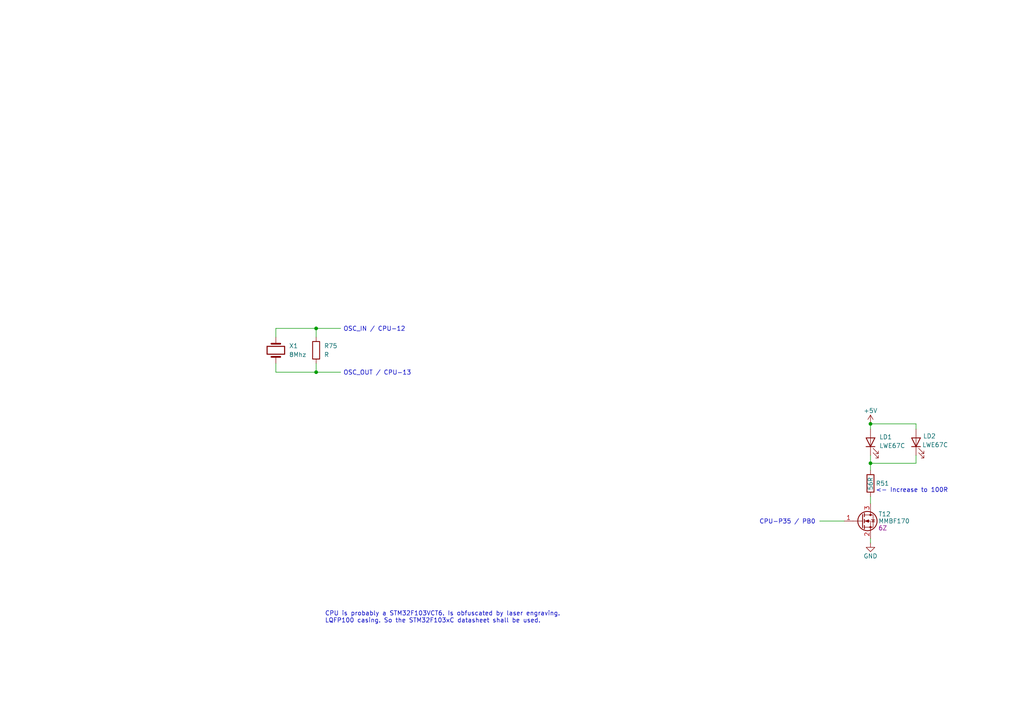
<source format=kicad_sch>
(kicad_sch (version 20211123) (generator eeschema)

  (uuid 92fdbc10-7183-4eb6-8ec3-ee0732cc4b11)

  (paper "A4")

  (title_block
    (title "ODP2 CONTROL")
    (date "2024-12-09")
    (rev "ISSUE 9")
    (company "Reverse engineered, design copyright Invertek Drives.com")
    (comment 1 "CPU and misc. pins.")
  )

  (lib_symbols
    (symbol "Device:Crystal" (pin_numbers hide) (pin_names (offset 1.016) hide) (in_bom yes) (on_board yes)
      (property "Reference" "Y" (id 0) (at 0 3.81 0)
        (effects (font (size 1.27 1.27)))
      )
      (property "Value" "Crystal" (id 1) (at 0 -3.81 0)
        (effects (font (size 1.27 1.27)))
      )
      (property "Footprint" "" (id 2) (at 0 0 0)
        (effects (font (size 1.27 1.27)) hide)
      )
      (property "Datasheet" "~" (id 3) (at 0 0 0)
        (effects (font (size 1.27 1.27)) hide)
      )
      (property "ki_keywords" "quartz ceramic resonator oscillator" (id 4) (at 0 0 0)
        (effects (font (size 1.27 1.27)) hide)
      )
      (property "ki_description" "Two pin crystal" (id 5) (at 0 0 0)
        (effects (font (size 1.27 1.27)) hide)
      )
      (property "ki_fp_filters" "Crystal*" (id 6) (at 0 0 0)
        (effects (font (size 1.27 1.27)) hide)
      )
      (symbol "Crystal_0_1"
        (rectangle (start -1.143 2.54) (end 1.143 -2.54)
          (stroke (width 0.3048) (type default) (color 0 0 0 0))
          (fill (type none))
        )
        (polyline
          (pts
            (xy -2.54 0)
            (xy -1.905 0)
          )
          (stroke (width 0) (type default) (color 0 0 0 0))
          (fill (type none))
        )
        (polyline
          (pts
            (xy -1.905 -1.27)
            (xy -1.905 1.27)
          )
          (stroke (width 0.508) (type default) (color 0 0 0 0))
          (fill (type none))
        )
        (polyline
          (pts
            (xy 1.905 -1.27)
            (xy 1.905 1.27)
          )
          (stroke (width 0.508) (type default) (color 0 0 0 0))
          (fill (type none))
        )
        (polyline
          (pts
            (xy 2.54 0)
            (xy 1.905 0)
          )
          (stroke (width 0) (type default) (color 0 0 0 0))
          (fill (type none))
        )
      )
      (symbol "Crystal_1_1"
        (pin passive line (at -3.81 0 0) (length 1.27)
          (name "1" (effects (font (size 1.27 1.27))))
          (number "1" (effects (font (size 1.27 1.27))))
        )
        (pin passive line (at 3.81 0 180) (length 1.27)
          (name "2" (effects (font (size 1.27 1.27))))
          (number "2" (effects (font (size 1.27 1.27))))
        )
      )
    )
    (symbol "Device:LED" (pin_numbers hide) (pin_names (offset 1.016) hide) (in_bom yes) (on_board yes)
      (property "Reference" "D" (id 0) (at 0 2.54 0)
        (effects (font (size 1.27 1.27)))
      )
      (property "Value" "LED" (id 1) (at 0 -2.54 0)
        (effects (font (size 1.27 1.27)))
      )
      (property "Footprint" "" (id 2) (at 0 0 0)
        (effects (font (size 1.27 1.27)) hide)
      )
      (property "Datasheet" "~" (id 3) (at 0 0 0)
        (effects (font (size 1.27 1.27)) hide)
      )
      (property "ki_keywords" "LED diode" (id 4) (at 0 0 0)
        (effects (font (size 1.27 1.27)) hide)
      )
      (property "ki_description" "Light emitting diode" (id 5) (at 0 0 0)
        (effects (font (size 1.27 1.27)) hide)
      )
      (property "ki_fp_filters" "LED* LED_SMD:* LED_THT:*" (id 6) (at 0 0 0)
        (effects (font (size 1.27 1.27)) hide)
      )
      (symbol "LED_0_1"
        (polyline
          (pts
            (xy -1.27 -1.27)
            (xy -1.27 1.27)
          )
          (stroke (width 0.254) (type default) (color 0 0 0 0))
          (fill (type none))
        )
        (polyline
          (pts
            (xy -1.27 0)
            (xy 1.27 0)
          )
          (stroke (width 0) (type default) (color 0 0 0 0))
          (fill (type none))
        )
        (polyline
          (pts
            (xy 1.27 -1.27)
            (xy 1.27 1.27)
            (xy -1.27 0)
            (xy 1.27 -1.27)
          )
          (stroke (width 0.254) (type default) (color 0 0 0 0))
          (fill (type none))
        )
        (polyline
          (pts
            (xy -3.048 -0.762)
            (xy -4.572 -2.286)
            (xy -3.81 -2.286)
            (xy -4.572 -2.286)
            (xy -4.572 -1.524)
          )
          (stroke (width 0) (type default) (color 0 0 0 0))
          (fill (type none))
        )
        (polyline
          (pts
            (xy -1.778 -0.762)
            (xy -3.302 -2.286)
            (xy -2.54 -2.286)
            (xy -3.302 -2.286)
            (xy -3.302 -1.524)
          )
          (stroke (width 0) (type default) (color 0 0 0 0))
          (fill (type none))
        )
      )
      (symbol "LED_1_1"
        (pin passive line (at -3.81 0 0) (length 2.54)
          (name "K" (effects (font (size 1.27 1.27))))
          (number "1" (effects (font (size 1.27 1.27))))
        )
        (pin passive line (at 3.81 0 180) (length 2.54)
          (name "A" (effects (font (size 1.27 1.27))))
          (number "2" (effects (font (size 1.27 1.27))))
        )
      )
    )
    (symbol "Device:R" (pin_numbers hide) (pin_names (offset 0)) (in_bom yes) (on_board yes)
      (property "Reference" "R" (id 0) (at 2.032 0 90)
        (effects (font (size 1.27 1.27)))
      )
      (property "Value" "R" (id 1) (at 0 0 90)
        (effects (font (size 1.27 1.27)))
      )
      (property "Footprint" "" (id 2) (at -1.778 0 90)
        (effects (font (size 1.27 1.27)) hide)
      )
      (property "Datasheet" "~" (id 3) (at 0 0 0)
        (effects (font (size 1.27 1.27)) hide)
      )
      (property "ki_keywords" "R res resistor" (id 4) (at 0 0 0)
        (effects (font (size 1.27 1.27)) hide)
      )
      (property "ki_description" "Resistor" (id 5) (at 0 0 0)
        (effects (font (size 1.27 1.27)) hide)
      )
      (property "ki_fp_filters" "R_*" (id 6) (at 0 0 0)
        (effects (font (size 1.27 1.27)) hide)
      )
      (symbol "R_0_1"
        (rectangle (start -1.016 -2.54) (end 1.016 2.54)
          (stroke (width 0.254) (type default) (color 0 0 0 0))
          (fill (type none))
        )
      )
      (symbol "R_1_1"
        (pin passive line (at 0 3.81 270) (length 1.27)
          (name "~" (effects (font (size 1.27 1.27))))
          (number "1" (effects (font (size 1.27 1.27))))
        )
        (pin passive line (at 0 -3.81 90) (length 1.27)
          (name "~" (effects (font (size 1.27 1.27))))
          (number "2" (effects (font (size 1.27 1.27))))
        )
      )
    )
    (symbol "GND_1" (power) (pin_names (offset 0)) (in_bom yes) (on_board yes)
      (property "Reference" "#PWR" (id 0) (at 0 -6.35 0)
        (effects (font (size 1.27 1.27)) hide)
      )
      (property "Value" "GND_1" (id 1) (at 0 -3.81 0)
        (effects (font (size 1.27 1.27)))
      )
      (property "Footprint" "" (id 2) (at 0 0 0)
        (effects (font (size 1.27 1.27)) hide)
      )
      (property "Datasheet" "" (id 3) (at 0 0 0)
        (effects (font (size 1.27 1.27)) hide)
      )
      (property "ki_keywords" "global power" (id 4) (at 0 0 0)
        (effects (font (size 1.27 1.27)) hide)
      )
      (property "ki_description" "Power symbol creates a global label with name \"GND\" , ground" (id 5) (at 0 0 0)
        (effects (font (size 1.27 1.27)) hide)
      )
      (symbol "GND_1_0_1"
        (polyline
          (pts
            (xy 0 0)
            (xy 0 -1.27)
            (xy 1.27 -1.27)
            (xy 0 -2.54)
            (xy -1.27 -1.27)
            (xy 0 -1.27)
          )
          (stroke (width 0) (type default) (color 0 0 0 0))
          (fill (type none))
        )
      )
      (symbol "GND_1_1_1"
        (pin power_in line (at 0 0 270) (length 0) hide
          (name "GND" (effects (font (size 1.27 1.27))))
          (number "1" (effects (font (size 1.27 1.27))))
        )
      )
    )
    (symbol "Transistor_FET:MMBF170" (pin_names hide) (in_bom yes) (on_board yes)
      (property "Reference" "Q" (id 0) (at 5.08 1.905 0)
        (effects (font (size 1.27 1.27)) (justify left))
      )
      (property "Value" "MMBF170" (id 1) (at 5.08 0 0)
        (effects (font (size 1.27 1.27)) (justify left))
      )
      (property "Footprint" "Package_TO_SOT_SMD:SOT-23" (id 2) (at 5.08 -1.905 0)
        (effects (font (size 1.27 1.27) italic) (justify left) hide)
      )
      (property "Datasheet" "https://www.diodes.com/assets/Datasheets/ds30104.pdf" (id 3) (at 0 0 0)
        (effects (font (size 1.27 1.27)) (justify left) hide)
      )
      (property "ki_keywords" "N-Channel MOSFET" (id 4) (at 0 0 0)
        (effects (font (size 1.27 1.27)) hide)
      )
      (property "ki_description" "0.5A Id, 60V Vds, N-Channel MOSFET, SOT-23" (id 5) (at 0 0 0)
        (effects (font (size 1.27 1.27)) hide)
      )
      (property "ki_fp_filters" "SOT?23*" (id 6) (at 0 0 0)
        (effects (font (size 1.27 1.27)) hide)
      )
      (symbol "MMBF170_0_1"
        (polyline
          (pts
            (xy 0.254 0)
            (xy -2.54 0)
          )
          (stroke (width 0) (type default) (color 0 0 0 0))
          (fill (type none))
        )
        (polyline
          (pts
            (xy 0.254 1.905)
            (xy 0.254 -1.905)
          )
          (stroke (width 0.254) (type default) (color 0 0 0 0))
          (fill (type none))
        )
        (polyline
          (pts
            (xy 0.762 -1.27)
            (xy 0.762 -2.286)
          )
          (stroke (width 0.254) (type default) (color 0 0 0 0))
          (fill (type none))
        )
        (polyline
          (pts
            (xy 0.762 0.508)
            (xy 0.762 -0.508)
          )
          (stroke (width 0.254) (type default) (color 0 0 0 0))
          (fill (type none))
        )
        (polyline
          (pts
            (xy 0.762 2.286)
            (xy 0.762 1.27)
          )
          (stroke (width 0.254) (type default) (color 0 0 0 0))
          (fill (type none))
        )
        (polyline
          (pts
            (xy 2.54 2.54)
            (xy 2.54 1.778)
          )
          (stroke (width 0) (type default) (color 0 0 0 0))
          (fill (type none))
        )
        (polyline
          (pts
            (xy 2.54 -2.54)
            (xy 2.54 0)
            (xy 0.762 0)
          )
          (stroke (width 0) (type default) (color 0 0 0 0))
          (fill (type none))
        )
        (polyline
          (pts
            (xy 0.762 -1.778)
            (xy 3.302 -1.778)
            (xy 3.302 1.778)
            (xy 0.762 1.778)
          )
          (stroke (width 0) (type default) (color 0 0 0 0))
          (fill (type none))
        )
        (polyline
          (pts
            (xy 1.016 0)
            (xy 2.032 0.381)
            (xy 2.032 -0.381)
            (xy 1.016 0)
          )
          (stroke (width 0) (type default) (color 0 0 0 0))
          (fill (type outline))
        )
        (polyline
          (pts
            (xy 2.794 0.508)
            (xy 2.921 0.381)
            (xy 3.683 0.381)
            (xy 3.81 0.254)
          )
          (stroke (width 0) (type default) (color 0 0 0 0))
          (fill (type none))
        )
        (polyline
          (pts
            (xy 3.302 0.381)
            (xy 2.921 -0.254)
            (xy 3.683 -0.254)
            (xy 3.302 0.381)
          )
          (stroke (width 0) (type default) (color 0 0 0 0))
          (fill (type none))
        )
        (circle (center 1.651 0) (radius 2.794)
          (stroke (width 0.254) (type default) (color 0 0 0 0))
          (fill (type none))
        )
        (circle (center 2.54 -1.778) (radius 0.254)
          (stroke (width 0) (type default) (color 0 0 0 0))
          (fill (type outline))
        )
        (circle (center 2.54 1.778) (radius 0.254)
          (stroke (width 0) (type default) (color 0 0 0 0))
          (fill (type outline))
        )
      )
      (symbol "MMBF170_1_1"
        (pin input line (at -5.08 0 0) (length 2.54)
          (name "G" (effects (font (size 1.27 1.27))))
          (number "1" (effects (font (size 1.27 1.27))))
        )
        (pin passive line (at 2.54 -5.08 90) (length 2.54)
          (name "S" (effects (font (size 1.27 1.27))))
          (number "2" (effects (font (size 1.27 1.27))))
        )
        (pin passive line (at 2.54 5.08 270) (length 2.54)
          (name "D" (effects (font (size 1.27 1.27))))
          (number "3" (effects (font (size 1.27 1.27))))
        )
      )
    )
    (symbol "power:+5V" (power) (pin_names (offset 0)) (in_bom yes) (on_board yes)
      (property "Reference" "#PWR" (id 0) (at 0 -3.81 0)
        (effects (font (size 1.27 1.27)) hide)
      )
      (property "Value" "+5V" (id 1) (at 0 3.556 0)
        (effects (font (size 1.27 1.27)))
      )
      (property "Footprint" "" (id 2) (at 0 0 0)
        (effects (font (size 1.27 1.27)) hide)
      )
      (property "Datasheet" "" (id 3) (at 0 0 0)
        (effects (font (size 1.27 1.27)) hide)
      )
      (property "ki_keywords" "global power" (id 4) (at 0 0 0)
        (effects (font (size 1.27 1.27)) hide)
      )
      (property "ki_description" "Power symbol creates a global label with name \"+5V\"" (id 5) (at 0 0 0)
        (effects (font (size 1.27 1.27)) hide)
      )
      (symbol "+5V_0_1"
        (polyline
          (pts
            (xy -0.762 1.27)
            (xy 0 2.54)
          )
          (stroke (width 0) (type default) (color 0 0 0 0))
          (fill (type none))
        )
        (polyline
          (pts
            (xy 0 0)
            (xy 0 2.54)
          )
          (stroke (width 0) (type default) (color 0 0 0 0))
          (fill (type none))
        )
        (polyline
          (pts
            (xy 0 2.54)
            (xy 0.762 1.27)
          )
          (stroke (width 0) (type default) (color 0 0 0 0))
          (fill (type none))
        )
      )
      (symbol "+5V_1_1"
        (pin power_in line (at 0 0 90) (length 0) hide
          (name "+5V" (effects (font (size 1.27 1.27))))
          (number "1" (effects (font (size 1.27 1.27))))
        )
      )
    )
  )

  (junction (at 252.476 122.936) (diameter 0) (color 0 0 0 0)
    (uuid 0cd02e97-b9a6-4f7f-9db1-3a5a67e6a12e)
  )
  (junction (at 252.476 134.366) (diameter 0) (color 0 0 0 0)
    (uuid 6fa6f127-1100-4a7f-8eb0-9d42d71d3c23)
  )
  (junction (at 91.694 95.25) (diameter 0) (color 0 0 0 0)
    (uuid 85438424-ae72-4730-bbd1-a00ad48058c3)
  )
  (junction (at 91.694 107.95) (diameter 0) (color 0 0 0 0)
    (uuid f5776073-294d-453a-b25c-074033350e37)
  )

  (wire (pts (xy 80.01 95.25) (xy 91.694 95.25))
    (stroke (width 0) (type default) (color 0 0 0 0))
    (uuid 183f736e-6301-449d-a841-88b578d4f3d8)
  )
  (wire (pts (xy 80.01 107.95) (xy 91.694 107.95))
    (stroke (width 0) (type default) (color 0 0 0 0))
    (uuid 44f9739f-2002-4f73-9651-4fe3ff5e79b0)
  )
  (wire (pts (xy 80.01 97.79) (xy 80.01 95.25))
    (stroke (width 0) (type default) (color 0 0 0 0))
    (uuid 4d1b1b70-87ab-455d-9082-87bebdf0d034)
  )
  (wire (pts (xy 252.476 132.08) (xy 252.476 134.366))
    (stroke (width 0) (type default) (color 0 0 0 0))
    (uuid 6536728f-cfeb-4882-b329-1f6f00b8d119)
  )
  (wire (pts (xy 252.476 134.366) (xy 252.476 136.398))
    (stroke (width 0) (type default) (color 0 0 0 0))
    (uuid 758cc583-35d7-4dcc-aac1-7167a8cc4ea3)
  )
  (wire (pts (xy 265.684 132.08) (xy 265.684 134.366))
    (stroke (width 0) (type default) (color 0 0 0 0))
    (uuid 777c52da-c6ad-427c-93d1-9e209d852067)
  )
  (wire (pts (xy 252.476 122.936) (xy 252.476 124.46))
    (stroke (width 0) (type default) (color 0 0 0 0))
    (uuid 7df8b201-a1ae-4a09-a06b-34355f0e1828)
  )
  (wire (pts (xy 265.684 124.46) (xy 265.684 122.936))
    (stroke (width 0) (type default) (color 0 0 0 0))
    (uuid 89141a2f-45bc-4041-81a3-6c9212a5b7ed)
  )
  (wire (pts (xy 91.694 107.95) (xy 98.806 107.95))
    (stroke (width 0) (type default) (color 0 0 0 0))
    (uuid 8e0ed47f-f014-4f05-a657-c3ed95c92937)
  )
  (wire (pts (xy 252.476 144.018) (xy 252.476 146.05))
    (stroke (width 0) (type default) (color 0 0 0 0))
    (uuid 9940be23-6bbc-4de8-aa68-3d48010b3b8d)
  )
  (wire (pts (xy 252.476 156.21) (xy 252.476 157.48))
    (stroke (width 0) (type default) (color 0 0 0 0))
    (uuid b3fb2eec-eabf-4555-8ca6-6cc91b28738b)
  )
  (wire (pts (xy 237.744 151.13) (xy 244.856 151.13))
    (stroke (width 0) (type default) (color 0 0 0 0))
    (uuid b4925571-72e8-4eb6-931e-063f850fd243)
  )
  (wire (pts (xy 91.694 95.25) (xy 91.694 97.79))
    (stroke (width 0) (type default) (color 0 0 0 0))
    (uuid c214597d-a64a-4035-b16c-149500554750)
  )
  (wire (pts (xy 80.01 107.95) (xy 80.01 105.41))
    (stroke (width 0) (type default) (color 0 0 0 0))
    (uuid c7edba5a-c7c9-4854-ae94-b44905325917)
  )
  (wire (pts (xy 252.476 134.366) (xy 265.684 134.366))
    (stroke (width 0) (type default) (color 0 0 0 0))
    (uuid d13f19b8-633c-4d1c-9405-a60feab23b91)
  )
  (wire (pts (xy 91.694 105.41) (xy 91.694 107.95))
    (stroke (width 0) (type default) (color 0 0 0 0))
    (uuid d451e2ee-6ad7-4ef7-a689-d3f9e04a62d1)
  )
  (wire (pts (xy 265.684 122.936) (xy 252.476 122.936))
    (stroke (width 0) (type default) (color 0 0 0 0))
    (uuid e637ef90-157d-4161-96ec-2a00dc776688)
  )
  (wire (pts (xy 91.694 95.25) (xy 98.806 95.25))
    (stroke (width 0) (type default) (color 0 0 0 0))
    (uuid f31fd5cc-2113-42e4-a2d2-bad117c82fcf)
  )

  (text "OSC_OUT / CPU-13" (at 99.568 108.966 0)
    (effects (font (size 1.27 1.27)) (justify left bottom))
    (uuid 2bedb11d-4f63-4061-9191-26e5600bf41f)
  )
  (text "OSC_IN / CPU-12" (at 99.568 96.266 0)
    (effects (font (size 1.27 1.27)) (justify left bottom))
    (uuid 5fe0c43c-4d0e-44da-aec0-c3abe80b1294)
  )
  (text "CPU-P35 / PB0" (at 220.218 152.146 0)
    (effects (font (size 1.27 1.27)) (justify left bottom))
    (uuid 9d43a0b4-5aa2-4067-b5e7-c84718d1dc9c)
  )
  (text "CPU is probably a STM32F103VCT6. Is obfuscated by laser engraving.\nLQFP100 casing. So the STM32F103xC datasheet shall be used."
    (at 94.234 180.848 0)
    (effects (font (size 1.27 1.27)) (justify left bottom))
    (uuid d5f6cfd5-3296-4a72-961b-e27bf1082fc5)
  )
  (text "<- Increase to 100R" (at 254 143.002 0)
    (effects (font (size 1.27 1.27)) (justify left bottom))
    (uuid ea05d8c8-7d9a-4934-9c0a-6e50ab3db7da)
  )

  (symbol (lib_name "GND_1") (lib_id "power:GND") (at 252.476 157.48 0) (unit 1)
    (in_bom yes) (on_board yes)
    (uuid 376eb988-3d6a-4856-8674-bc541b1573a3)
    (property "Reference" "#PWR?" (id 0) (at 252.476 163.83 0)
      (effects (font (size 1.27 1.27)) hide)
    )
    (property "Value" "GND" (id 1) (at 252.476 161.29 0))
    (property "Footprint" "" (id 2) (at 252.476 157.48 0)
      (effects (font (size 1.27 1.27)) hide)
    )
    (property "Datasheet" "" (id 3) (at 252.476 157.48 0)
      (effects (font (size 1.27 1.27)) hide)
    )
    (pin "1" (uuid 848b28eb-11fd-432a-a63a-d54e19c70e86))
  )

  (symbol (lib_id "Device:LED") (at 252.476 128.27 90) (unit 1)
    (in_bom yes) (on_board yes)
    (uuid 74a3b45c-6eb9-4d90-a30c-4e428b673034)
    (property "Reference" "LD1" (id 0) (at 255.016 126.746 90)
      (effects (font (size 1.27 1.27)) (justify right))
    )
    (property "Value" "LWE67C" (id 1) (at 255.016 129.286 90)
      (effects (font (size 1.27 1.27)) (justify right))
    )
    (property "Footprint" "" (id 2) (at 252.476 128.27 0)
      (effects (font (size 1.27 1.27)) hide)
    )
    (property "Datasheet" "~" (id 3) (at 252.476 128.27 0)
      (effects (font (size 1.27 1.27)) hide)
    )
    (pin "1" (uuid 27fb20af-939f-419f-93d7-ad796a845701))
    (pin "2" (uuid 2ab63592-d86b-406e-b43a-4887f976eb6b))
  )

  (symbol (lib_id "power:+5V") (at 252.476 122.936 0) (unit 1)
    (in_bom yes) (on_board yes)
    (uuid 7c8e96dd-651d-474a-896b-048d99a60cf0)
    (property "Reference" "#PWR?" (id 0) (at 252.476 126.746 0)
      (effects (font (size 1.27 1.27)) hide)
    )
    (property "Value" "+5V" (id 1) (at 252.476 119.126 0))
    (property "Footprint" "" (id 2) (at 252.476 122.936 0)
      (effects (font (size 1.27 1.27)) hide)
    )
    (property "Datasheet" "" (id 3) (at 252.476 122.936 0)
      (effects (font (size 1.27 1.27)) hide)
    )
    (pin "1" (uuid 42dfcced-bf3a-413e-b523-f9399be4311f))
  )

  (symbol (lib_id "Transistor_FET:MMBF170") (at 249.936 151.13 0) (unit 1)
    (in_bom yes) (on_board yes)
    (uuid 8085c563-6ca9-44fa-9f7f-1c2ce2cc50b3)
    (property "Reference" "T12" (id 0) (at 254.762 149.098 0)
      (effects (font (size 1.27 1.27)) (justify left))
    )
    (property "Value" "MMBF170" (id 1) (at 254.762 151.13 0)
      (effects (font (size 1.27 1.27)) (justify left))
    )
    (property "Footprint" "Package_TO_SOT_SMD:SOT-23" (id 2) (at 255.016 153.035 0)
      (effects (font (size 1.27 1.27) italic) (justify left) hide)
    )
    (property "Datasheet" "https://www.diodes.com/assets/Datasheets/ds30104.pdf" (id 3) (at 249.936 151.13 0)
      (effects (font (size 1.27 1.27)) (justify left) hide)
    )
    (property "Marking" "6Z" (id 4) (at 256.032 153.162 0))
    (pin "1" (uuid a3d1b597-0a58-49f9-aa0b-04f966e28087))
    (pin "2" (uuid 1e8e3c40-3c0e-4be7-bf6a-12889415492d))
    (pin "3" (uuid f8f173b5-cfe5-446c-971d-abe2f1f90c74))
  )

  (symbol (lib_id "Device:R") (at 91.694 101.6 0) (unit 1)
    (in_bom yes) (on_board yes) (fields_autoplaced)
    (uuid 95be9000-b5a4-4503-a5ee-40a6d823721d)
    (property "Reference" "R75" (id 0) (at 93.98 100.3299 0)
      (effects (font (size 1.27 1.27)) (justify left))
    )
    (property "Value" "R" (id 1) (at 93.98 102.8699 0)
      (effects (font (size 1.27 1.27)) (justify left))
    )
    (property "Footprint" "" (id 2) (at 89.916 101.6 90)
      (effects (font (size 1.27 1.27)) hide)
    )
    (property "Datasheet" "~" (id 3) (at 91.694 101.6 0)
      (effects (font (size 1.27 1.27)) hide)
    )
    (pin "1" (uuid 3029ceca-77a5-4a92-b4ca-9ed0422ed6ee))
    (pin "2" (uuid 509971e3-ac88-43a1-a3e5-236cc7a437de))
  )

  (symbol (lib_id "Device:Crystal") (at 80.01 101.6 270) (mirror x) (unit 1)
    (in_bom yes) (on_board yes) (fields_autoplaced)
    (uuid 9e1bfa02-460c-4f3b-b0a3-a3891ec4e002)
    (property "Reference" "X1" (id 0) (at 83.82 100.3299 90)
      (effects (font (size 1.27 1.27)) (justify left))
    )
    (property "Value" "8Mhz" (id 1) (at 83.82 102.8699 90)
      (effects (font (size 1.27 1.27)) (justify left))
    )
    (property "Footprint" "" (id 2) (at 80.01 101.6 0)
      (effects (font (size 1.27 1.27)) hide)
    )
    (property "Datasheet" "~" (id 3) (at 80.01 101.6 0)
      (effects (font (size 1.27 1.27)) hide)
    )
    (pin "1" (uuid df3d6134-130c-44b0-950d-d785a5925551))
    (pin "2" (uuid cf539a30-52fd-4beb-829c-9d8c0809a509))
  )

  (symbol (lib_id "Device:LED") (at 265.684 128.27 90) (unit 1)
    (in_bom yes) (on_board yes)
    (uuid cbc13a52-852b-4ea4-a22b-3cb869b1092c)
    (property "Reference" "LD2" (id 0) (at 267.716 126.492 90)
      (effects (font (size 1.27 1.27)) (justify right))
    )
    (property "Value" "LWE67C" (id 1) (at 267.462 129.032 90)
      (effects (font (size 1.27 1.27)) (justify right))
    )
    (property "Footprint" "" (id 2) (at 265.684 128.27 0)
      (effects (font (size 1.27 1.27)) hide)
    )
    (property "Datasheet" "~" (id 3) (at 265.684 128.27 0)
      (effects (font (size 1.27 1.27)) hide)
    )
    (pin "1" (uuid a4d5c7d3-d5ae-4a67-ae72-cc35e4dfe14d))
    (pin "2" (uuid 07b46829-6203-44f0-b956-eba2ccfebe99))
  )

  (symbol (lib_id "Device:R") (at 252.476 140.208 0) (unit 1)
    (in_bom yes) (on_board yes)
    (uuid e567fde0-c345-482d-9119-d272a9b4f459)
    (property "Reference" "R51" (id 0) (at 254 140.208 0)
      (effects (font (size 1.27 1.27)) (justify left))
    )
    (property "Value" "56R" (id 1) (at 252.476 142.24 90)
      (effects (font (size 1.27 1.27)) (justify left))
    )
    (property "Footprint" "" (id 2) (at 250.698 140.208 90)
      (effects (font (size 1.27 1.27)) hide)
    )
    (property "Datasheet" "~" (id 3) (at 252.476 140.208 0)
      (effects (font (size 1.27 1.27)) hide)
    )
    (pin "1" (uuid 15e1b68d-2a96-451d-9df8-12d862af6fad))
    (pin "2" (uuid 48416113-152e-4584-9106-6f42e242dc13))
  )
)

</source>
